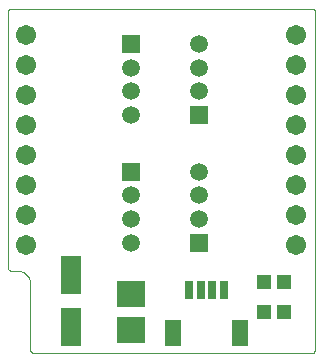
<source format=gts>
G04 EAGLE Gerber RS-274X export*
G75*
%MOMM*%
%FSLAX34Y34*%
%LPD*%
%INSolder Mask top*%
%IPPOS*%
%AMOC8*
5,1,8,0,0,1.08239X$1,22.5*%
G01*
%ADD10C,0.000000*%
%ADD11R,2.403200X2.203200*%
%ADD12R,1.403200X2.203200*%
%ADD13R,0.803200X1.553200*%
%ADD14R,1.511200X1.511200*%
%ADD15C,1.511200*%
%ADD16R,1.203200X1.303200*%
%ADD17C,1.711200*%
%ADD18R,1.803200X3.203200*%


D10*
X0Y298450D02*
X0Y82550D01*
X2Y82439D01*
X8Y82329D01*
X17Y82218D01*
X31Y82108D01*
X48Y81999D01*
X69Y81890D01*
X94Y81782D01*
X123Y81675D01*
X155Y81569D01*
X191Y81464D01*
X231Y81361D01*
X274Y81259D01*
X321Y81158D01*
X372Y81059D01*
X425Y80963D01*
X482Y80868D01*
X543Y80775D01*
X606Y80684D01*
X673Y80595D01*
X743Y80509D01*
X816Y80426D01*
X891Y80344D01*
X969Y80266D01*
X1051Y80191D01*
X1134Y80118D01*
X1220Y80048D01*
X1309Y79981D01*
X1400Y79918D01*
X1493Y79857D01*
X1587Y79800D01*
X1684Y79747D01*
X1783Y79696D01*
X1884Y79649D01*
X1986Y79606D01*
X2089Y79566D01*
X2194Y79530D01*
X2300Y79498D01*
X2407Y79469D01*
X2515Y79444D01*
X2624Y79423D01*
X2733Y79406D01*
X2843Y79392D01*
X2954Y79383D01*
X3064Y79377D01*
X3175Y79375D01*
X8210Y79375D01*
X8472Y79372D01*
X8734Y79362D01*
X8995Y79347D01*
X9256Y79324D01*
X9517Y79296D01*
X9776Y79261D01*
X10035Y79220D01*
X10293Y79173D01*
X10549Y79120D01*
X10804Y79060D01*
X11058Y78994D01*
X11310Y78922D01*
X11560Y78844D01*
X11808Y78761D01*
X12054Y78671D01*
X12298Y78575D01*
X12539Y78473D01*
X12778Y78366D01*
X13014Y78252D01*
X13248Y78133D01*
X13478Y78009D01*
X13705Y77879D01*
X13930Y77743D01*
X14150Y77602D01*
X14368Y77456D01*
X14582Y77305D01*
X14792Y77148D01*
X14998Y76987D01*
X15200Y76820D01*
X15398Y76649D01*
X15592Y76473D01*
X15782Y76292D01*
X15967Y76107D01*
X16148Y75917D01*
X16324Y75723D01*
X16495Y75525D01*
X16662Y75323D01*
X16823Y75117D01*
X16980Y74907D01*
X17131Y74693D01*
X17277Y74475D01*
X17418Y74255D01*
X17554Y74030D01*
X17684Y73803D01*
X17808Y73573D01*
X17927Y73339D01*
X18041Y73103D01*
X18148Y72864D01*
X18250Y72623D01*
X18346Y72379D01*
X18436Y72133D01*
X18519Y71885D01*
X18597Y71635D01*
X18669Y71383D01*
X18735Y71129D01*
X18795Y70874D01*
X18848Y70618D01*
X18895Y70360D01*
X18936Y70101D01*
X18971Y69842D01*
X18999Y69581D01*
X19022Y69320D01*
X19037Y69059D01*
X19047Y68797D01*
X19050Y68535D01*
X19050Y12700D01*
X19052Y12589D01*
X19058Y12479D01*
X19067Y12368D01*
X19081Y12258D01*
X19098Y12149D01*
X19119Y12040D01*
X19144Y11932D01*
X19173Y11825D01*
X19205Y11719D01*
X19241Y11614D01*
X19281Y11511D01*
X19324Y11409D01*
X19371Y11308D01*
X19422Y11209D01*
X19475Y11112D01*
X19532Y11018D01*
X19593Y10925D01*
X19656Y10834D01*
X19723Y10745D01*
X19793Y10659D01*
X19866Y10576D01*
X19941Y10494D01*
X20019Y10416D01*
X20101Y10341D01*
X20184Y10268D01*
X20270Y10198D01*
X20359Y10131D01*
X20450Y10068D01*
X20543Y10007D01*
X20637Y9950D01*
X20734Y9897D01*
X20833Y9846D01*
X20934Y9799D01*
X21036Y9756D01*
X21139Y9716D01*
X21244Y9680D01*
X21350Y9648D01*
X21457Y9619D01*
X21565Y9594D01*
X21674Y9573D01*
X21783Y9556D01*
X21893Y9542D01*
X22004Y9533D01*
X22114Y9527D01*
X22225Y9525D01*
X256975Y9525D01*
X257086Y9527D01*
X257196Y9533D01*
X257307Y9542D01*
X257417Y9556D01*
X257526Y9573D01*
X257635Y9594D01*
X257743Y9619D01*
X257850Y9648D01*
X257956Y9680D01*
X258061Y9716D01*
X258164Y9756D01*
X258266Y9799D01*
X258367Y9846D01*
X258466Y9897D01*
X258562Y9950D01*
X258657Y10007D01*
X258750Y10068D01*
X258841Y10131D01*
X258930Y10198D01*
X259016Y10268D01*
X259099Y10341D01*
X259181Y10416D01*
X259259Y10494D01*
X259334Y10576D01*
X259407Y10659D01*
X259477Y10745D01*
X259544Y10834D01*
X259607Y10925D01*
X259668Y11018D01*
X259725Y11112D01*
X259778Y11209D01*
X259829Y11308D01*
X259876Y11409D01*
X259919Y11511D01*
X259959Y11614D01*
X259995Y11719D01*
X260027Y11825D01*
X260056Y11932D01*
X260081Y12040D01*
X260102Y12149D01*
X260119Y12258D01*
X260133Y12368D01*
X260142Y12479D01*
X260148Y12589D01*
X260150Y12700D01*
X260150Y298525D01*
X260148Y298631D01*
X260142Y298737D01*
X260133Y298843D01*
X260120Y298948D01*
X260103Y299053D01*
X260082Y299157D01*
X260058Y299261D01*
X260029Y299363D01*
X259998Y299465D01*
X259962Y299565D01*
X259924Y299663D01*
X259881Y299761D01*
X259835Y299857D01*
X259786Y299951D01*
X259734Y300043D01*
X259678Y300133D01*
X259619Y300222D01*
X259557Y300308D01*
X259491Y300392D01*
X259423Y300473D01*
X259352Y300552D01*
X259279Y300629D01*
X259202Y300702D01*
X259123Y300773D01*
X259042Y300841D01*
X258958Y300907D01*
X258872Y300969D01*
X258783Y301028D01*
X258693Y301084D01*
X258601Y301136D01*
X258507Y301185D01*
X258411Y301231D01*
X258313Y301274D01*
X258215Y301312D01*
X258115Y301348D01*
X258013Y301379D01*
X257911Y301408D01*
X257807Y301432D01*
X257703Y301453D01*
X257598Y301470D01*
X257493Y301483D01*
X257387Y301492D01*
X257281Y301498D01*
X257175Y301500D01*
X3050Y301500D01*
X2941Y301498D01*
X2832Y301492D01*
X2724Y301483D01*
X2616Y301469D01*
X2508Y301452D01*
X2402Y301430D01*
X2296Y301405D01*
X2191Y301376D01*
X2087Y301344D01*
X1984Y301308D01*
X1883Y301268D01*
X1783Y301224D01*
X1685Y301177D01*
X1588Y301127D01*
X1494Y301073D01*
X1401Y301016D01*
X1311Y300955D01*
X1222Y300892D01*
X1136Y300825D01*
X1053Y300755D01*
X972Y300682D01*
X893Y300607D01*
X818Y300528D01*
X745Y300447D01*
X675Y300364D01*
X608Y300278D01*
X545Y300189D01*
X484Y300099D01*
X427Y300006D01*
X373Y299912D01*
X323Y299815D01*
X276Y299717D01*
X232Y299617D01*
X192Y299516D01*
X156Y299413D01*
X124Y299309D01*
X95Y299204D01*
X70Y299098D01*
X48Y298992D01*
X31Y298884D01*
X17Y298776D01*
X8Y298668D01*
X2Y298559D01*
X0Y298450D01*
D11*
X104775Y59450D03*
X104775Y29450D03*
D12*
X140275Y26750D03*
X196275Y26750D03*
D13*
X153275Y63500D03*
X163275Y63500D03*
X173275Y63500D03*
X183275Y63500D03*
D14*
X161925Y211300D03*
D15*
X161925Y231300D03*
X161925Y251300D03*
X161925Y271300D03*
D14*
X104775Y271300D03*
D15*
X104775Y251300D03*
X104775Y231300D03*
X104775Y211300D03*
D14*
X161925Y103350D03*
D15*
X161925Y123350D03*
X161925Y143350D03*
X161925Y163350D03*
D14*
X104775Y163350D03*
D15*
X104775Y143350D03*
X104775Y123350D03*
X104775Y103350D03*
D16*
X216925Y69850D03*
X233925Y69850D03*
X216925Y44450D03*
X233925Y44450D03*
D17*
X15875Y127000D03*
X15875Y152400D03*
X15875Y177800D03*
X15875Y203200D03*
X15875Y228600D03*
X15875Y254000D03*
X15875Y279400D03*
X244475Y127000D03*
X244475Y152400D03*
X244475Y177800D03*
X244475Y203200D03*
X244475Y228600D03*
X244475Y254000D03*
X244475Y279400D03*
X15875Y101600D03*
X244475Y101600D03*
D18*
X53975Y75975D03*
X53975Y31975D03*
M02*

</source>
